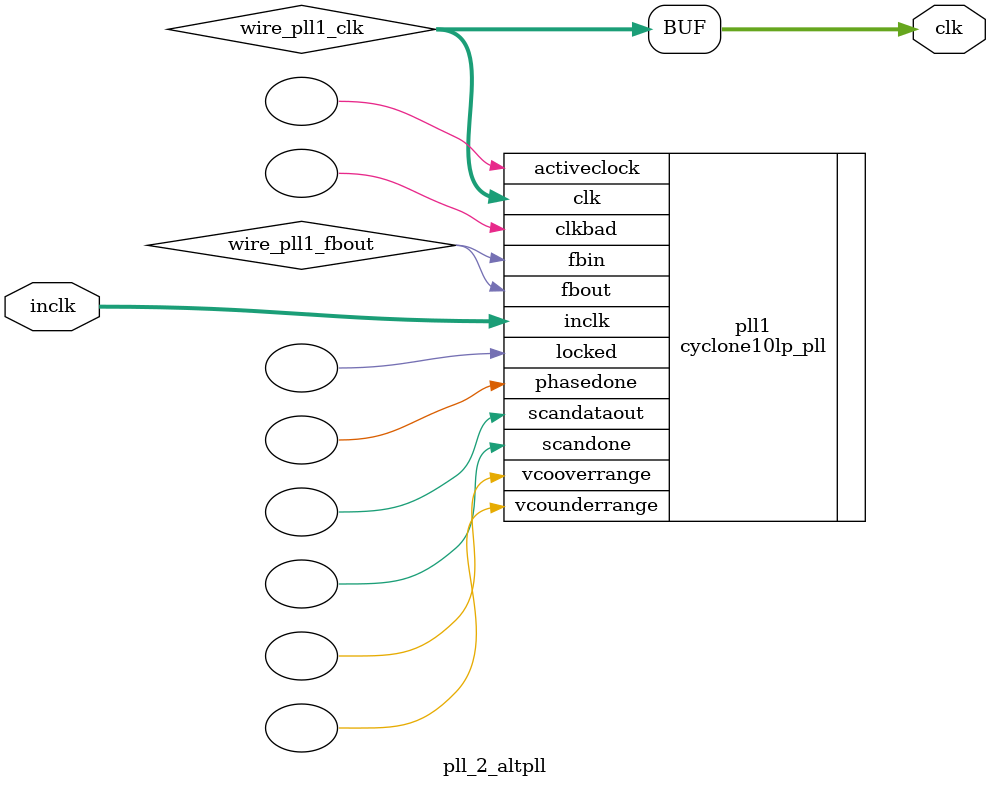
<source format=v>






//synthesis_resources = cyclone10lp_pll 1 
//synopsys translate_off
`timescale 1 ps / 1 ps
//synopsys translate_on
module  pll_2_altpll
	( 
	clk,
	inclk) /* synthesis synthesis_clearbox=1 */;
	output   [4:0]  clk;
	input   [1:0]  inclk;
`ifndef ALTERA_RESERVED_QIS
// synopsys translate_off
`endif
	tri0   [1:0]  inclk;
`ifndef ALTERA_RESERVED_QIS
// synopsys translate_on
`endif

	wire  [4:0]   wire_pll1_clk;
	wire  wire_pll1_fbout;

	cyclone10lp_pll   pll1
	( 
	.activeclock(),
	.clk(wire_pll1_clk),
	.clkbad(),
	.fbin(wire_pll1_fbout),
	.fbout(wire_pll1_fbout),
	.inclk(inclk),
	.locked(),
	.phasedone(),
	.scandataout(),
	.scandone(),
	.vcooverrange(),
	.vcounderrange()
	`ifndef FORMAL_VERIFICATION
	// synopsys translate_off
	`endif
	,
	.areset(1'b0),
	.clkswitch(1'b0),
	.configupdate(1'b0),
	.pfdena(1'b1),
	.phasecounterselect({3{1'b0}}),
	.phasestep(1'b0),
	.phaseupdown(1'b0),
	.scanclk(1'b0),
	.scanclkena(1'b1),
	.scandata(1'b0)
	`ifndef FORMAL_VERIFICATION
	// synopsys translate_on
	`endif
	);
	defparam
		pll1.bandwidth_type = "auto",
		pll1.clk0_divide_by = 125,
		pll1.clk0_duty_cycle = 50,
		pll1.clk0_multiply_by = 24,
		pll1.clk0_phase_shift = "0",
		pll1.clk1_divide_by = 20,
		pll1.clk1_duty_cycle = 50,
		pll1.clk1_multiply_by = 3,
		pll1.clk1_phase_shift = "0",
		pll1.compensate_clock = "clk0",
		pll1.inclk0_input_frequency = 31250,
		pll1.operation_mode = "normal",
		pll1.pll_type = "auto",
		pll1.lpm_type = "cyclone10lp_pll";
	assign
		clk = {wire_pll1_clk[4:0]};
endmodule //pll_2_altpll
//VALID FILE

</source>
